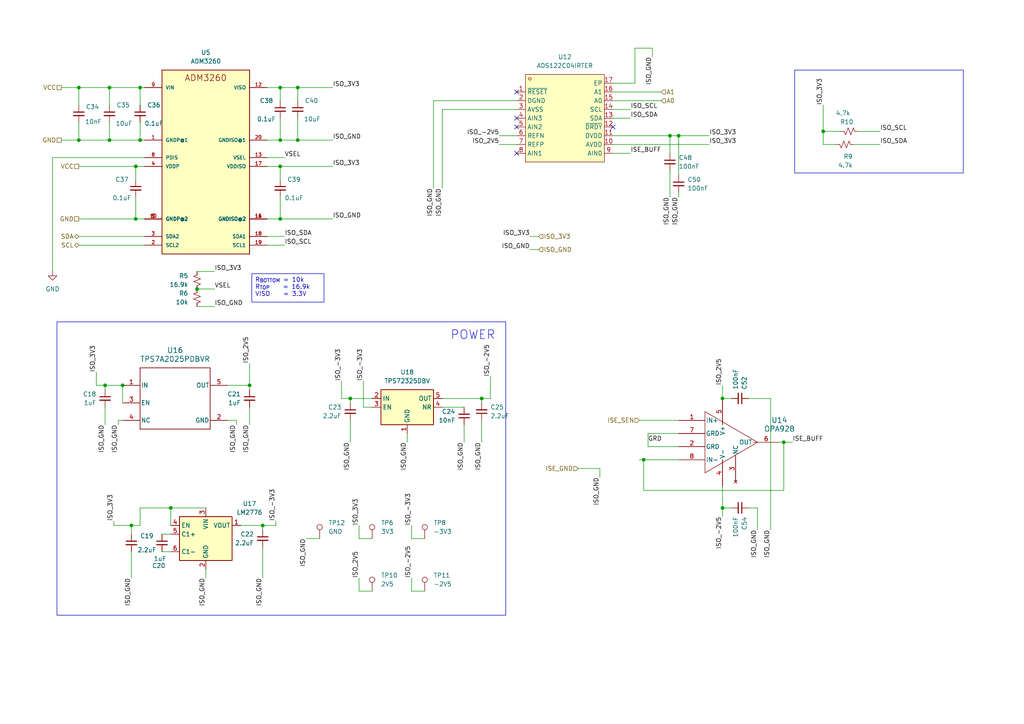
<source format=kicad_sch>
(kicad_sch (version 20250114) (generator "eeschema") (generator_version "9.0")
  (paper "A4")
  (lib_symbols
    (symbol "Connector:TestPoint" (pin_numbers (hide yes)) (pin_names (offset 0.762) (hide yes))
      (property "Reference" "TP" (at 0 6.858 0))
      (property "Value" "TestPoint" (at 0 5.08 0))
      (symbol "TestPoint_0_1"
        (circle (center 0 3.302) (radius 0.762))
      )
      (symbol "TestPoint_1_1"
        (pin passive line (at 0 0 90) (length 2.54) (name "1") (number "1"))
      )
    )
    (symbol "Device:C_Small" (pin_numbers (hide yes)) (pin_names (offset 0.254) (hide yes))
      (property "Reference" "C" (at 0.254 1.778 0))
      (property "Value" "C_Small" (at 0.254 -2.032 0))
      (symbol "C_Small_0_1"
        (polyline (pts (xy -1.524 0.508) (xy 1.524 0.508)) (stroke (width 0.3048)))
        (polyline (pts (xy -1.524 -0.508) (xy 1.524 -0.508)) (stroke (width 0.3302)))
      )
      (symbol "C_Small_1_1"
        (pin passive line (at 0 2.54 270) (length 2.032) (name "~") (number "1"))
        (pin passive line (at 0 -2.54 90) (length 2.032) (name "~") (number "2"))
      )
    )
    (symbol "Device:R_Small_US" (pin_numbers (hide yes)) (pin_names (offset 0.254) (hide yes))
      (property "Reference" "R" (at 0.762 0.508 0))
      (property "Value" "R_Small_US" (at 0.762 -1.016 0))
      (symbol "R_Small_US_1_1"
        (polyline (pts (xy 0 1.524) (xy 1.016 1.143) (xy 0 0.762) (xy -1.016 0.381) (xy 0 0)))
        (polyline (pts (xy 0 0) (xy 1.016 -0.381) (xy 0 -0.762) (xy -1.016 -1.143) (xy 0 -1.524)))
        (pin passive line (at 0 2.54 270) (length 1.016) (name "~") (number "1"))
        (pin passive line (at 0 -2.54 90) (length 1.016) (name "~") (number "2"))
      )
    )
    (symbol "EasyEDA:ADS122C04IRTER"
      (property "Reference" "U" (at 0 15.24 0))
      (property "Value" "ADS122C04IRTER" (at 0 -15.24 0))
      (symbol "ADS122C04IRTER_0_1"
        (rectangle (start -12.7 12.7) (end 10.16 -12.7) (fill (type background)))
        (circle (center -11.43 11.43) (radius 0.38))
        (pin unspecified line (at -15.24 7.62 0) (length 2.54) (name "~{RESET}") (number "1"))
        (pin unspecified line (at -15.24 5.08 0) (length 2.54) (name "DGND") (number "2"))
        (pin unspecified line (at -15.24 2.54 0) (length 2.54) (name "AVSS") (number "3"))
        (pin unspecified line (at -15.24 0 0) (length 2.54) (name "AIN3") (number "4"))
        (pin unspecified line (at -15.24 -2.54 0) (length 2.54) (name "AIN2") (number "5"))
        (pin unspecified line (at -15.24 -5.08 0) (length 2.54) (name "REFN") (number "6"))
        (pin unspecified line (at -15.24 -7.62 0) (length 2.54) (name "REFP") (number "7"))
        (pin unspecified line (at -15.24 -10.16 0) (length 2.54) (name "AIN1") (number "8"))
        (pin unspecified line (at 12.7 10.16 180) (length 2.54) (name "EP") (number "17"))
        (pin unspecified line (at 12.7 7.62 180) (length 2.54) (name "A1") (number "16"))
        (pin unspecified line (at 12.7 5.08 180) (length 2.54) (name "A0") (number "15"))
        (pin unspecified line (at 12.7 2.54 180) (length 2.54) (name "SCL") (number "14"))
        (pin unspecified line (at 12.7 0 180) (length 2.54) (name "SDA") (number "13"))
        (pin unspecified line (at 12.7 -2.54 180) (length 2.54) (name "~{DRDY}") (number "12"))
        (pin unspecified line (at 12.7 -5.08 180) (length 2.54) (name "DVDD") (number "11"))
        (pin unspecified line (at 12.7 -7.62 180) (length 2.54) (name "AVDD") (number "10"))
        (pin unspecified line (at 12.7 -10.16 180) (length 2.54) (name "AIN0") (number "9"))
      )
    )
    (symbol "Regulator_Linear:TPS72325DBV"
      (property "Reference" "U" (at -6.35 6.35 0))
      (property "Value" "TPS72325DBV" (at 0 6.35 0))
      (symbol "TPS72325DBV_0_1"
        (rectangle (start -7.62 5.08) (end 7.62 -5.08) (stroke (width 0.254)) (fill (type background)))
      )
      (symbol "TPS72325DBV_1_1"
        (pin power_in line (at -10.16 2.54 0) (length 2.54) (name "IN") (number "2"))
        (pin input line (at -10.16 0 0) (length 2.54) (name "EN") (number "3"))
        (pin power_in line (at 0 -7.62 90) (length 2.54) (name "GND") (number "1"))
        (pin power_out line (at 10.16 2.54 180) (length 2.54) (name "OUT") (number "5"))
        (pin input line (at 10.16 0 180) (length 2.54) (name "NR") (number "4"))
      )
    )
    (symbol "Regulator_SwitchedCapacitor:LM2776"
      (property "Reference" "U" (at -6.35 6.35 0))
      (property "Value" "LM2776" (at 1.27 6.35 0))
      (symbol "LM2776_0_1"
        (rectangle (start -7.62 5.08) (end 7.62 -7.62) (stroke (width 0.254)) (fill (type background)))
      )
      (symbol "LM2776_1_1"
        (pin input line (at -10.16 2.54 0) (length 2.54) (name "EN") (number "4"))
        (pin passive line (at -10.16 0 0) (length 2.54) (name "C1+") (number "5"))
        (pin passive line (at -10.16 -5.08 0) (length 2.54) (name "C1-") (number "6"))
        (pin power_in line (at 0 7.62 270) (length 2.54) (name "VIN") (number "3"))
        (pin power_in line (at 0 -10.16 90) (length 2.54) (name "GND") (number "2"))
        (pin power_out line (at 10.16 2.54 180) (length 2.54) (name "VOUT") (number "1"))
      )
    )
    (symbol "Snapeda:ADM3260" (pin_names (offset 1.016))
      (property "Reference" "U" (at -12.7 21.082 0))
      (property "Value" "ADM3260" (at -12.7 -35.56 0))
      (symbol "ADM3260_0_0"
        (rectangle (start -12.7 -33.02) (end 12.7 20.32) (stroke (width 0.254)) (fill (type background)))
        (text "ADM3260" (at 0 17.018 0) (effects (font (size 1.778 1.778)) (justify bottom)))
        (pin bidirectional line (at -17.78 15.24 0) (length 5.08) (name "VIN") (number "9"))
        (pin bidirectional line (at -17.78 0 0) (length 5.08) (name "GNDP@1") (number "1"))
        (pin bidirectional line (at -17.78 -5.08 0) (length 5.08) (name "PDIS") (number "8"))
        (pin bidirectional line (at -17.78 -7.62 0) (length 5.08) (name "VDDP") (number "4"))
        (pin bidirectional line (at -17.78 -22.86 0) (length 5.08) (name "GNDP@2") (number "10"))
        (pin bidirectional line (at -17.78 -22.86 0) (length 5.08) (name "GNDP@2") (number "5"))
        (pin bidirectional line (at -17.78 -22.86 0) (length 5.08) (name "GNDP@2") (number "7"))
        (pin bidirectional line (at -17.78 -27.94 0) (length 5.08) (name "SDA2") (number "3"))
        (pin bidirectional line (at -17.78 -30.48 0) (length 5.08) (name "SCL2") (number "2"))
        (pin bidirectional line (at 17.78 15.24 180) (length 5.08) (name "VISO") (number "12"))
        (pin bidirectional line (at 17.78 0 180) (length 5.08) (name "GNDISO@1") (number "20"))
        (pin bidirectional line (at 17.78 -5.08 180) (length 5.08) (name "VSEL") (number "13"))
        (pin bidirectional line (at 17.78 -7.62 180) (length 5.08) (name "VDDISO") (number "17"))
        (pin bidirectional line (at 17.78 -22.86 180) (length 5.08) (name "GNDISO@2") (number "11"))
        (pin bidirectional line (at 17.78 -22.86 180) (length 5.08) (name "GNDISO@2") (number "14"))
        (pin bidirectional line (at 17.78 -22.86 180) (length 5.08) (name "GNDISO@2") (number "16"))
        (pin bidirectional line (at 17.78 -27.94 180) (length 5.08) (name "SDA1") (number "18"))
        (pin bidirectional line (at 17.78 -30.48 180) (length 5.08) (name "SCL1") (number "19"))
      )
    )
    (symbol "Snapeda:OPA928" (pin_names (offset 0.254))
      (property "Reference" "U" (at 27.686 -4.826 0))
      (property "Value" "OPA928" (at 28.956 -7.874 0))
      (symbol "OPA928_0_1"
        (pin input line (at 6.35 -7.62 0) (length 7.62) (name "IN+") (number "1"))
        (pin unspecified line (at 6.35 -11.43 0) (length 7.62) (name "GRD") (number "7"))
        (pin unspecified line (at 6.35 -15.24 0) (length 7.62) (name "GRD") (number "2"))
        (pin input line (at 6.35 -19.05 0) (length 7.62) (name "IN-") (number "8"))
        (pin power_in line (at 19.05 -1.27 270) (length 7.62) (name "V+") (number "5"))
        (pin power_in line (at 19.05 -26.67 90) (length 7.62) (name "V-") (number "4"))
        (pin output line (at 35.56 -13.97 180) (length 7.62) (name "OUT") (number "6"))
      )
      (symbol "OPA928_1_1"
        (polyline (pts (xy 13.97 -5.08) (xy 13.97 -22.86) (xy 29.21 -13.97) (xy 13.97 -5.08)))
        (pin no_connect line (at 22.86 -25.4 90) (length 7.62) (name "NC") (number "3"))
      )
    )
    (symbol "Snapeda:TPS7A2050PDBVR" (pin_names (offset 0.254))
      (property "Reference" "U4" (at 15.24 10.16 0))
      (property "Value" "TPS7A2025PDBVR" (at 15.24 7.62 0))
      (symbol "TPS7A2050PDBVR_0_1"
        (polyline (pts (xy 5.08 5.08) (xy 5.08 -12.7)) (stroke (width 0.2032)))
        (polyline (pts (xy 5.08 -12.7) (xy 25.4 -12.7)) (stroke (width 0.2032)))
        (polyline (pts (xy 25.4 5.08) (xy 5.08 5.08)) (stroke (width 0.2032)))
        (polyline (pts (xy 25.4 -12.7) (xy 25.4 5.08)) (stroke (width 0.2032)))
        (pin power_in line (at 0 0 0) (length 5.08) (name "IN") (number "1"))
        (pin input line (at 0 -5.08 0) (length 5.08) (name "EN") (number "3"))
        (pin unspecified line (at 0 -10.16 0) (length 5.08) (name "NC") (number "4"))
        (pin unspecified line (at 30.48 0 180) (length 5.08) (name "OUT") (number "5"))
        (pin power_in line (at 30.48 -10.16 180) (length 5.08) (name "GND") (number "2"))
      )
    )
    (symbol "power:GND" (power) (pin_numbers (hide yes)) (pin_names (offset 0) (hide yes))
      (property "Value" "GND" (at 0 -3.81 0))
      (symbol "GND_0_1"
        (polyline (pts (xy 0 0) (xy 0 -1.27) (xy 1.27 -1.27) (xy 0 -2.54) (xy -1.27 -1.27) (xy 0 -1.27)))
      )
      (symbol "GND_1_1"
        (pin power_in line (at 0 0 270) (length 0) (name "~") (number "1"))
      )
    )
  )
  (rectangle (start 16.51 93.345) (end 146.685 178.435))
  (rectangle (start 230.505 20.32) (end 279.4 50.165))
  (text "POWER\n" (at 137.16 97.282 0) (effects (font (size 2.54 2.54))))
  (text_box "R_{BOTTOM} = 10k\nR_{TOP}    = 16.9k\nVISO    = 3.3V" (at 73.025 79.375 0) (size 20.955 8.255) (margins 0.9525 0.9525 0.9525 0.9525) (effects (font (size 1.27 1.27)) (justify left top)))
  (junction (at 196.85 39.37))
  (junction (at 209.55 147.32))
  (junction (at 49.53 147.32))
  (junction (at 39.37 63.5))
  (junction (at 40.64 40.64))
  (junction (at 39.37 48.26))
  (junction (at 86.36 25.4))
  (junction (at 76.2 152.4))
  (junction (at 38.1 152.4))
  (junction (at 72.39 111.76))
  (junction (at 81.28 40.64))
  (junction (at 81.28 48.26))
  (junction (at 186.69 133.35))
  (junction (at 30.48 111.76))
  (junction (at 238.76 38.1))
  (junction (at 227.33 128.27))
  (junction (at 40.64 25.4))
  (junction (at 57.15 83.82))
  (junction (at 81.28 63.5))
  (junction (at 194.31 39.37))
  (junction (at 101.6 115.57))
  (junction (at 81.28 25.4))
  (junction (at 209.55 115.57))
  (junction (at 139.7 115.57))
  (junction (at 22.86 25.4))
  (junction (at 22.86 40.64))
  (junction (at 86.36 40.64))
  (junction (at 31.75 25.4))
  (junction (at 31.75 40.64))
  (junction (at 35.56 111.76))
  (no_connect (at 149.86 34.29))
  (no_connect (at 177.8 36.83))
  (no_connect (at 149.86 26.67))
  (no_connect (at 149.86 36.83))
  (no_connect (at 149.86 44.45))
  (wire (pts (xy 76.2 158.75) (xy 76.2 167.64)))
  (wire (pts (xy 223.52 115.57) (xy 217.17 115.57)))
  (wire (pts (xy 86.36 25.4) (xy 86.36 29.21)))
  (wire (pts (xy 86.36 25.4) (xy 96.52 25.4)))
  (wire (pts (xy 81.28 63.5) (xy 96.52 63.5)))
  (wire (pts (xy 212.09 147.32) (xy 209.55 147.32)))
  (wire (pts (xy 104.14 171.45) (xy 107.95 171.45)))
  (wire (pts (xy 77.47 63.5) (xy 81.28 63.5)))
  (wire (pts (xy 68.58 121.92) (xy 66.04 121.92)))
  (wire (pts (xy 219.71 147.32) (xy 217.17 147.32)))
  (wire (pts (xy 196.85 55.88) (xy 196.85 57.15)))
  (wire (pts (xy 40.64 40.64) (xy 41.91 40.64)))
  (wire (pts (xy 153.67 68.58) (xy 156.21 68.58)))
  (wire (pts (xy 77.47 40.64) (xy 81.28 40.64)))
  (wire (pts (xy 238.76 38.1) (xy 243.84 38.1)))
  (wire (pts (xy 177.8 44.45) (xy 182.88 44.45)))
  (wire (pts (xy 77.47 25.4) (xy 81.28 25.4)))
  (wire (pts (xy 196.85 39.37) (xy 205.74 39.37)))
  (wire (pts (xy 119.38 171.45) (xy 123.19 171.45)))
  (wire (pts (xy 101.6 115.57) (xy 107.95 115.57)))
  (wire (pts (xy 30.48 118.11) (xy 30.48 123.19)))
  (wire (pts (xy 30.48 111.76) (xy 35.56 111.76)))
  (wire (pts (xy 226.06 128.27) (xy 227.33 128.27)))
  (wire (pts (xy 177.8 31.75) (xy 182.88 31.75)))
  (wire (pts (xy 17.78 40.64) (xy 22.86 40.64)))
  (wire (pts (xy 99.06 110.49) (xy 99.06 115.57)))
  (wire (pts (xy 35.56 111.76) (xy 35.56 116.84)))
  (wire (pts (xy 72.39 111.76) (xy 66.04 111.76)))
  (wire (pts (xy 177.8 26.67) (xy 191.77 26.67)))
  (wire (pts (xy 238.76 41.91) (xy 242.57 41.91)))
  (wire (pts (xy 99.06 115.57) (xy 101.6 115.57)))
  (wire (pts (xy 40.64 152.4) (xy 38.1 152.4)))
  (wire (pts (xy 238.76 30.48) (xy 238.76 38.1)))
  (wire (pts (xy 86.36 34.29) (xy 86.36 40.64)))
  (wire (pts (xy 57.15 88.9) (xy 62.23 88.9)))
  (wire (pts (xy 72.39 111.76) (xy 72.39 113.03)))
  (wire (pts (xy 119.38 152.4) (xy 119.38 156.21)))
  (wire (pts (xy 177.8 39.37) (xy 194.31 39.37)))
  (wire (pts (xy 128.27 54.61) (xy 128.27 31.75)))
  (wire (pts (xy 223.52 153.67) (xy 223.52 115.57)))
  (wire (pts (xy 46.99 160.02) (xy 49.53 160.02)))
  (wire (pts (xy 247.65 41.91) (xy 255.27 41.91)))
  (wire (pts (xy 22.86 63.5) (xy 39.37 63.5)))
  (wire (pts (xy 194.31 39.37) (xy 194.31 44.45)))
  (wire (pts (xy 118.11 125.73) (xy 118.11 128.27)))
  (wire (pts (xy 177.8 41.91) (xy 205.74 41.91)))
  (wire (pts (xy 77.47 48.26) (xy 81.28 48.26)))
  (wire (pts (xy 101.6 115.57) (xy 101.6 116.84)))
  (wire (pts (xy 49.53 147.32) (xy 49.53 152.4)))
  (wire (pts (xy 209.55 111.76) (xy 209.55 115.57)))
  (wire (pts (xy 184.15 13.97) (xy 184.15 24.13)))
  (wire (pts (xy 101.6 121.92) (xy 101.6 128.27)))
  (wire (pts (xy 22.86 35.56) (xy 22.86 40.64)))
  (wire (pts (xy 139.7 121.92) (xy 139.7 128.27)))
  (wire (pts (xy 40.64 25.4) (xy 41.91 25.4)))
  (wire (pts (xy 27.94 107.95) (xy 27.94 111.76)))
  (wire (pts (xy 57.15 78.74) (xy 62.23 78.74)))
  (wire (pts (xy 187.96 125.73) (xy 187.96 129.54)))
  (wire (pts (xy 76.2 152.4) (xy 80.01 152.4)))
  (wire (pts (xy 49.53 147.32) (xy 40.64 147.32)))
  (wire (pts (xy 134.62 123.19) (xy 134.62 128.27)))
  (wire (pts (xy 105.41 118.11) (xy 107.95 118.11)))
  (wire (pts (xy 81.28 48.26) (xy 81.28 52.07)))
  (wire (pts (xy 15.24 45.72) (xy 15.24 78.74)))
  (wire (pts (xy 38.1 152.4) (xy 38.1 154.94)))
  (wire (pts (xy 81.28 25.4) (xy 81.28 29.21)))
  (wire (pts (xy 81.28 57.15) (xy 81.28 63.5)))
  (wire (pts (xy 72.39 118.11) (xy 72.39 123.19)))
  (wire (pts (xy 22.86 48.26) (xy 39.37 48.26)))
  (wire (pts (xy 39.37 48.26) (xy 39.37 52.07)))
  (wire (pts (xy 196.85 39.37) (xy 196.85 50.8)))
  (wire (pts (xy 22.86 40.64) (xy 31.75 40.64)))
  (wire (pts (xy 209.55 147.32) (xy 209.55 149.86)))
  (wire (pts (xy 177.8 34.29) (xy 182.88 34.29)))
  (wire (pts (xy 34.29 121.92) (xy 35.56 121.92)))
  (wire (pts (xy 105.41 110.49) (xy 105.41 118.11)))
  (wire (pts (xy 227.33 128.27) (xy 227.33 142.24)))
  (wire (pts (xy 194.31 39.37) (xy 196.85 39.37)))
  (wire (pts (xy 104.14 152.4) (xy 104.14 156.21)))
  (wire (pts (xy 81.28 48.26) (xy 96.52 48.26)))
  (wire (pts (xy 194.31 49.53) (xy 194.31 57.15)))
  (wire (pts (xy 81.28 34.29) (xy 81.28 40.64)))
  (wire (pts (xy 77.47 68.58) (xy 82.55 68.58)))
  (wire (pts (xy 40.64 35.56) (xy 40.64 40.64)))
  (wire (pts (xy 39.37 48.26) (xy 41.91 48.26)))
  (wire (pts (xy 31.75 25.4) (xy 31.75 30.48)))
  (wire (pts (xy 22.86 71.12) (xy 41.91 71.12)))
  (wire (pts (xy 33.02 151.13) (xy 33.02 152.4)))
  (wire (pts (xy 30.48 111.76) (xy 30.48 113.03)))
  (wire (pts (xy 189.23 13.97) (xy 184.15 13.97)))
  (wire (pts (xy 209.55 140.97) (xy 209.55 147.32)))
  (wire (pts (xy 80.01 152.4) (xy 80.01 151.13)))
  (wire (pts (xy 238.76 38.1) (xy 238.76 41.91)))
  (wire (pts (xy 46.99 154.94) (xy 49.53 154.94)))
  (wire (pts (xy 81.28 25.4) (xy 86.36 25.4)))
  (wire (pts (xy 144.78 39.37) (xy 149.86 39.37)))
  (wire (pts (xy 17.78 25.4) (xy 22.86 25.4)))
  (wire (pts (xy 76.2 152.4) (xy 76.2 153.67)))
  (wire (pts (xy 77.47 45.72) (xy 82.55 45.72)))
  (wire (pts (xy 69.85 152.4) (xy 76.2 152.4)))
  (wire (pts (xy 139.7 115.57) (xy 142.24 115.57)))
  (wire (pts (xy 167.64 135.89) (xy 173.99 135.89)))
  (wire (pts (xy 186.69 133.35) (xy 186.69 142.24)))
  (wire (pts (xy 139.7 115.57) (xy 139.7 116.84)))
  (wire (pts (xy 38.1 160.02) (xy 38.1 167.64)))
  (wire (pts (xy 219.71 153.67) (xy 219.71 147.32)))
  (wire (pts (xy 81.28 40.64) (xy 86.36 40.64)))
  (wire (pts (xy 104.14 167.64) (xy 104.14 171.45)))
  (wire (pts (xy 39.37 63.5) (xy 41.91 63.5)))
  (wire (pts (xy 187.96 129.54) (xy 196.85 129.54)))
  (wire (pts (xy 40.64 25.4) (xy 40.64 30.48)))
  (wire (pts (xy 22.86 25.4) (xy 31.75 25.4)))
  (wire (pts (xy 173.99 135.89) (xy 173.99 138.43)))
  (wire (pts (xy 128.27 115.57) (xy 139.7 115.57)))
  (wire (pts (xy 104.14 156.21) (xy 107.95 156.21)))
  (wire (pts (xy 184.15 24.13) (xy 177.8 24.13)))
  (wire (pts (xy 57.15 83.82) (xy 62.23 83.82)))
  (wire (pts (xy 185.42 133.35) (xy 186.69 133.35)))
  (wire (pts (xy 125.73 54.61) (xy 125.73 29.21)))
  (wire (pts (xy 72.39 105.41) (xy 72.39 111.76)))
  (wire (pts (xy 34.29 123.19) (xy 34.29 121.92)))
  (wire (pts (xy 153.67 72.39) (xy 156.21 72.39)))
  (wire (pts (xy 31.75 40.64) (xy 40.64 40.64)))
  (wire (pts (xy 59.69 165.1) (xy 59.69 167.64)))
  (wire (pts (xy 196.85 133.35) (xy 186.69 133.35)))
  (wire (pts (xy 31.75 35.56) (xy 31.75 40.64)))
  (wire (pts (xy 31.75 25.4) (xy 40.64 25.4)))
  (wire (pts (xy 40.64 147.32) (xy 40.64 152.4)))
  (wire (pts (xy 119.38 167.64) (xy 119.38 171.45)))
  (wire (pts (xy 177.8 29.21) (xy 191.77 29.21)))
  (wire (pts (xy 68.58 123.19) (xy 68.58 121.92)))
  (wire (pts (xy 119.38 156.21) (xy 123.19 156.21)))
  (wire (pts (xy 248.92 38.1) (xy 255.27 38.1)))
  (wire (pts (xy 196.85 125.73) (xy 187.96 125.73)))
  (wire (pts (xy 77.47 71.12) (xy 82.55 71.12)))
  (wire (pts (xy 125.73 29.21) (xy 149.86 29.21)))
  (wire (pts (xy 88.9 156.21) (xy 92.71 156.21)))
  (wire (pts (xy 27.94 111.76) (xy 30.48 111.76)))
  (wire (pts (xy 22.86 68.58) (xy 41.91 68.58)))
  (wire (pts (xy 128.27 118.11) (xy 134.62 118.11)))
  (wire (pts (xy 39.37 57.15) (xy 39.37 63.5)))
  (wire (pts (xy 142.24 109.22) (xy 142.24 115.57)))
  (wire (pts (xy 189.23 16.51) (xy 189.23 13.97)))
  (wire (pts (xy 128.27 31.75) (xy 149.86 31.75)))
  (wire (pts (xy 86.36 40.64) (xy 96.52 40.64)))
  (wire (pts (xy 41.91 45.72) (xy 15.24 45.72)))
  (wire (pts (xy 209.55 115.57) (xy 212.09 115.57)))
  (wire (pts (xy 186.69 142.24) (xy 227.33 142.24)))
  (wire (pts (xy 185.42 121.92) (xy 196.85 121.92)))
  (wire (pts (xy 227.33 128.27) (xy 229.87 128.27)))
  (wire (pts (xy 22.86 25.4) (xy 22.86 30.48)))
  (wire (pts (xy 144.78 41.91) (xy 149.86 41.91)))
  (wire (pts (xy 38.1 152.4) (xy 33.02 152.4)))
  (wire (pts (xy 59.69 147.32) (xy 49.53 147.32)))
  (label "ISO_GND" (at 173.99 138.43 270))
  (label "ISO_GND" (at 30.48 123.19 270))
  (label "ISO_GND" (at 34.29 123.19 270))
  (label "ISO_SCL" (at 255.27 38.1 0))
  (label "ISO_GND" (at 62.23 88.9 0))
  (label "ISO_-3V3" (at 119.38 152.4 90))
  (label "ISO_-3V3" (at 99.06 110.49 90))
  (label "ISO_3V3" (at 205.74 41.91 0))
  (label "ISE_BUFF" (at 229.87 128.27 0))
  (label "VSEL" (at 82.55 45.72 0))
  (label "ISE_BUFF" (at 182.88 44.45 0))
  (label "ISO_2V5" (at 104.14 167.64 90))
  (label "ISO_GND" (at 223.52 153.67 270))
  (label "ISO_-2V5" (at 142.24 109.22 90))
  (label "ISO_GND" (at 88.9 156.21 270))
  (label "VSEL" (at 62.23 83.82 0))
  (label "ISO_GND" (at 96.52 40.64 0))
  (label "ISO_SDA" (at 182.88 34.29 0))
  (label "ISO_GND" (at 153.67 72.39 180))
  (label "ISO_GND" (at 96.52 63.5 0))
  (label "ISO_3V3" (at 238.76 30.48 90))
  (label "ISO_GND" (at 76.2 167.64 270))
  (label "ISO_GND" (at 194.31 57.15 270))
  (label "ISO_GND" (at 72.39 123.19 270))
  (label "ISO_-3V3" (at 105.41 110.49 90))
  (label "ISO_SCL" (at 82.55 71.12 0))
  (label "ISO_3V3" (at 62.23 78.74 0))
  (label "ISO_GND" (at 219.71 153.67 270))
  (label "ISO_SDA" (at 82.55 68.58 0))
  (label "ISO_2V5" (at 209.55 111.76 90))
  (label "ISO_2V5" (at 72.39 105.41 90))
  (label "ISO_3V3" (at 96.52 48.26 0))
  (label "ISO_3V3" (at 33.02 151.13 90))
  (label "ISO_GND" (at 125.73 54.61 270))
  (label "ISO_-2V5" (at 209.55 149.86 270))
  (label "ISO_-3V3" (at 80.01 151.13 90))
  (label "ISO_SCL" (at 182.88 31.75 0))
  (label "GRD" (at 187.96 128.27 0))
  (label "ISO_GND" (at 189.23 16.51 270))
  (label "ISO_GND" (at 68.58 123.19 270))
  (label "ISO_-2V5" (at 144.78 39.37 180))
  (label "ISO_3V3" (at 205.74 39.37 0))
  (label "ISO_SDA" (at 255.27 41.91 0))
  (label "ISO_3V3" (at 104.14 152.4 90))
  (label "ISO_GND" (at 139.7 128.27 270))
  (label "ISO_GND" (at 101.6 128.27 270))
  (label "ISO_2V5" (at 144.78 41.91 180))
  (label "ISO_GND" (at 38.1 167.64 270))
  (label "ISO_3V3" (at 96.52 25.4 0))
  (label "ISO_GND" (at 134.62 128.27 270))
  (label "ISO_-2V5" (at 119.38 167.64 90))
  (label "ISO_3V3" (at 27.94 107.95 90))
  (label "ISO_GND" (at 196.85 57.15 270))
  (label "ISO_GND" (at 118.11 128.27 270))
  (label "ISO_GND" (at 128.27 54.61 270))
  (label "ISO_GND" (at 59.69 167.64 270))
  (label "ISO_3V3" (at 153.67 68.58 180))
  (hierarchical_label "ISE_GND" (shape input) (at 167.64 135.89 180))
  (hierarchical_label "SDA" (shape bidirectional) (at 22.86 68.58 180))
  (hierarchical_label "A0" (shape input) (at 191.77 29.21 0))
  (hierarchical_label "ISO_3V3" (shape input) (at 156.21 68.58 0))
  (hierarchical_label "ISO_GND" (shape input) (at 156.21 72.39 0))
  (hierarchical_label "VCC" (shape passive) (at 17.78 25.4 180))
  (hierarchical_label "ISE_SEN" (shape input) (at 185.42 121.92 180))
  (hierarchical_label "A1" (shape input) (at 191.77 26.67 0))
  (hierarchical_label "SCL" (shape bidirectional) (at 22.86 71.12 180))
  (hierarchical_label "GND" (shape passive) (at 22.86 63.5 180))
  (hierarchical_label "GND" (shape passive) (at 17.78 40.64 180))
  (hierarchical_label "VCC" (shape passive) (at 22.86 48.26 180))
  (symbol (lib_id "Device:C_Small") (at 76.2 156.21 0) (mirror y) (unit 1)
    (property "Reference" "C22" (at 73.66 154.9462 0) (effects (justify left)))
    (property "Value" "2.2uF" (at 73.66 157.4862 0) (effects (justify left)))
    (property "Footprint" "Capacitor_SMD:C_0402_1005Metric" (effects (hide yes)))
    (property "Description" "Unpolarized capacitor, small symbol" (effects (hide yes)))
    (property "MPN" "1uF 0201" (effects (hide yes)))
  )
  (symbol (lib_id "Connector:TestPoint") (at 92.71 156.21 0) (unit 1)
    (property "Reference" "TP12" (at 95.25 151.6379 0) (effects (justify left)))
    (property "Value" "GND" (at 95.25 154.1779 0) (effects (justify left)))
    (property "Footprint" "TestPoint:TestPoint_Pad_D1.0mm" (effects (hide yes)))
    (property "Description" "test point" (effects (hide yes)))
  )
  (symbol (lib_id "Connector:TestPoint") (at 123.19 171.45 0) (unit 1)
    (property "Reference" "TP11" (at 125.73 166.8779 0) (effects (justify left)))
    (property "Value" "-2V5" (at 125.73 169.4179 0) (effects (justify left)))
    (property "Footprint" "TestPoint:TestPoint_Pad_D1.0mm" (effects (hide yes)))
    (property "Description" "test point" (effects (hide yes)))
  )
  (symbol (lib_id "Device:C_Small") (at 22.86 33.02 0) (unit 1)
    (property "Reference" "C34" (at 24.892 30.988 0) (effects (justify left)))
    (property "Value" "10nF" (at 24.638 35.306 0) (effects (justify left)))
    (property "Footprint" "Capacitor_SMD:C_0402_1005Metric" (effects (hide yes)))
    (property "Description" "Unpolarized capacitor, small symbol" (effects (hide yes)))
    (property "MPN" "10nF 0201" (effects (hide yes)))
  )
  (symbol (lib_id "Connector:TestPoint") (at 107.95 156.21 0) (unit 1)
    (property "Reference" "TP6" (at 110.49 151.6379 0) (effects (justify left)))
    (property "Value" "3V3" (at 110.49 154.1779 0) (effects (justify left)))
    (property "Footprint" "TestPoint:TestPoint_Pad_D1.0mm" (effects (hide yes)))
    (property "Description" "test point" (effects (hide yes)))
  )
  (symbol (lib_id "Device:C_Small") (at 40.64 33.02 0) (unit 1)
    (property "Reference" "C36" (at 42.672 30.48 0) (effects (justify left)))
    (property "Value" "0.1uF" (at 41.91 35.814 0) (effects (justify left)))
    (property "Footprint" "Capacitor_SMD:C_0402_1005Metric" (effects (hide yes)))
    (property "Description" "Unpolarized capacitor, small symbol" (effects (hide yes)))
    (property "MPN" "0.1uF 0201" (effects (hide yes)))
  )
  (symbol (lib_id "Device:C_Small") (at 196.85 53.34 0) (unit 1)
    (property "Reference" "C50" (at 199.39 52.0762 0) (effects (justify left)))
    (property "Value" "100nF" (at 199.39 54.6162 0) (effects (justify left)))
    (property "Footprint" "Capacitor_SMD:C_0402_1005Metric" (effects (hide yes)))
    (property "Description" "Unpolarized capacitor, small symbol" (effects (hide yes)))
    (property "MPN" "100nF 0201" (effects (hide yes)))
  )
  (symbol (lib_id "Device:C_Small") (at 194.31 46.99 0) (unit 1)
    (property "Reference" "C48" (at 196.85 45.7262 0) (effects (justify left)))
    (property "Value" "100nF" (at 196.85 48.2662 0) (effects (justify left)))
    (property "Footprint" "Capacitor_SMD:C_0402_1005Metric" (effects (hide yes)))
    (property "Description" "Unpolarized capacitor, small symbol" (effects (hide yes)))
    (property "MPN" "100nF 0201" (effects (hide yes)))
  )
  (symbol (lib_id "Device:R_Small_US") (at 246.38 38.1 270) (mirror x) (unit 1)
    (property "Reference" "R10" (at 243.6495 35.3695 90) (effects (justify left)))
    (property "Value" "4.7k" (at 242.3795 32.8295 90) (effects (justify left)))
    (property "Footprint" "Resistor_SMD:R_0402_1005Metric" (effects (hide yes)))
    (property "Description" "Resistor, small US symbol" (effects (hide yes)))
    (property "MPN" "4.7k 0201" (effects (hide yes)))
  )
  (symbol (lib_id "Device:R_Small_US") (at 245.11 41.91 90) (mirror x) (unit 1)
    (property "Reference" "R9" (at 247.3325 45.4024 90) (effects (justify left)))
    (property "Value" "4.7k" (at 247.3325 47.9424 90) (effects (justify left)))
    (property "Footprint" "Resistor_SMD:R_0402_1005Metric" (effects (hide yes)))
    (property "Description" "Resistor, small US symbol" (effects (hide yes)))
    (property "MPN" "4.7k 0201" (effects (hide yes)))
  )
  (symbol (lib_id "Device:C_Small") (at 214.63 147.32 270) (unit 1)
    (property "Reference" "C54" (at 215.8938 149.86 0) (effects (justify left)))
    (property "Value" "100nF" (at 213.3538 149.86 0) (effects (justify left)))
    (property "Footprint" "Capacitor_SMD:C_0402_1005Metric" (effects (hide yes)))
    (property "Description" "Unpolarized capacitor, small symbol" (effects (hide yes)))
  )
  (symbol (lib_id "Device:R_Small_US") (at 57.15 86.36 0) (mirror y) (unit 1)
    (property "Reference" "R6" (at 54.61 85.0899 0) (effects (justify left)))
    (property "Value" "10k" (at 54.61 87.6299 0) (effects (justify left)))
    (property "Footprint" "Resistor_SMD:R_0402_1005Metric" (effects (hide yes)))
    (property "Description" "Resistor, small US symbol" (effects (hide yes)))
    (property "MPN" "10k 0201" (effects (hide yes)))
  )
  (symbol (lib_id "Snapeda:OPA928") (at 190.5 114.3 0) (unit 1)
    (property "Reference" "U14" (at 226.06 121.8498 0) (effects (font (size 1.524 1.524))))
    (property "Value" "OPA928" (at 226.06 124.3898 0) (effects (font (size 1.524 1.524))))
    (property "Footprint" "Snapeda:SOIC8_D_TEX" (effects (hide yes)))
    (property "Datasheet" "POPA928DR" (effects (hide yes)))
    (property "Sim.Library" "/Users/scottwolf/Downloads/Kicad-Symbols/Models/OPA928/sbomcc1/OPAx928.LIB" (effects (hide yes)))
    (property "Sim.Name" "OPAX928" (effects (hide yes)))
    (property "Sim.Device" "SUBCKT" (effects (hide yes)))
    (property "Sim.Pins" "1=IN+ 2=GRD1 4=V- 5=V+ 6=OUT 7=GRD2 8=IN-" (effects (hide yes)))
  )
  (symbol (lib_id "Device:C_Small") (at 39.37 54.61 0) (mirror y) (unit 1)
    (property "Reference" "C37" (at 37.338 52.07 0) (effects (justify left)))
    (property "Value" "0.1uF" (at 38.1 57.404 0) (effects (justify left)))
    (property "Footprint" "Capacitor_SMD:C_0402_1005Metric" (effects (hide yes)))
    (property "Description" "Unpolarized capacitor, small symbol" (effects (hide yes)))
    (property "MPN" "0.1uF 0201" (effects (hide yes)))
  )
  (symbol (lib_id "Snapeda:TPS7A2050PDBVR") (at 35.56 111.76 0) (unit 1)
    (property "Reference" "U16" (at 50.8 101.6 0) (effects (font (size 1.524 1.524))))
    (property "Value" "TPS7A2025PDBVR" (at 50.8 104.14 0) (effects (font (size 1.524 1.524))))
    (property "Footprint" "Snapeda:DBV0005A-IPC_A" (effects (hide yes)))
    (property "Datasheet" "TPS7A2033PDBVR" (effects (hide yes)))
  )
  (symbol (lib_id "Device:C_Small") (at 81.28 31.75 0) (mirror y) (unit 1)
    (property "Reference" "C38" (at 79.248 29.21 0) (effects (justify left)))
    (property "Value" "0.1uF" (at 80.01 34.544 0) (effects (justify left)))
    (property "Footprint" "Capacitor_SMD:C_0402_1005Metric" (effects (hide yes)))
    (property "Description" "Unpolarized capacitor, small symbol" (effects (hide yes)))
    (property "MPN" "0.1uF 0201" (effects (hide yes)))
  )
  (symbol (lib_id "Device:C_Small") (at 86.36 31.75 0) (unit 1)
    (property "Reference" "C40" (at 88.392 29.21 0) (effects (justify left)))
    (property "Value" "10uF" (at 88.138 34.544 0) (effects (justify left)))
    (property "Footprint" "Capacitor_SMD:C_0402_1005Metric" (effects (hide yes)))
    (property "Description" "Unpolarized capacitor, small symbol" (effects (hide yes)))
    (property "MPN" "10uF 0201" (effects (hide yes)))
  )
  (symbol (lib_id "Snapeda:ADM3260") (at 59.69 40.64 0) (unit 1)
    (property "Reference" "U5" (at 59.69 15.24 0))
    (property "Value" "ADM3260" (at 59.69 17.78 0))
    (property "Footprint" "Snapeda:ADM3260_SOP65P780X200-20N" (effects (hide yes)))
    (property "MF" "Analog Devices" (effects (hide yes)))
    (property "Description_1" "I²C Digital Isolator 2500Vrms 2 Channel - 25kV/µs CMTI 20-SSOP (0.209, 5.30mm Width)" (effects (hide yes)))
    (property "Package" "SSOP-20 Analog Devices" (effects (hide yes)))
    (property "Price" "None" (effects (hide yes)))
    (property "SnapEDA_Link" "https://www.snapeda.com/parts/ADM3260/Analog+Devices/view-part/?ref=snap" (effects (hide yes)))
    (property "MP" "ADM3260" (effects (hide yes)))
    (property "Availability" "Not in stock" (effects (hide yes)))
    (property "Check_prices" "https://www.snapeda.com/parts/ADM3260/Analog+Devices/view-part/?ref=eda" (effects (hide yes)))
  )
  (symbol (lib_id "Device:C_Small") (at 101.6 119.38 0) (mirror y) (unit 1)
    (property "Reference" "C23" (at 99.06 118.1162 0) (effects (justify left)))
    (property "Value" "2.2uF" (at 99.06 120.6562 0) (effects (justify left)))
    (property "Footprint" "Capacitor_SMD:C_0402_1005Metric" (effects (hide yes)))
    (property "Description" "Unpolarized capacitor, small symbol" (effects (hide yes)))
    (property "MPN" "2.2uF 0201" (effects (hide yes)))
  )
  (symbol (lib_id "Device:C_Small") (at 139.7 119.38 180) (unit 1)
    (property "Reference" "C25" (at 142.24 118.1035 0) (effects (justify right)))
    (property "Value" "2.2uF" (at 142.24 120.6435 0) (effects (justify right)))
    (property "Footprint" "Capacitor_SMD:C_0402_1005Metric" (effects (hide yes)))
    (property "Description" "Unpolarized capacitor, small symbol" (effects (hide yes)))
    (property "MPN" "2.2uF 0201" (effects (hide yes)))
  )
  (symbol (lib_id "Device:C_Small") (at 214.63 115.57 270) (mirror x) (unit 1)
    (property "Reference" "C52" (at 215.8938 113.03 0) (effects (justify left)))
    (property "Value" "100nF" (at 213.3538 113.03 0) (effects (justify left)))
    (property "Footprint" "Capacitor_SMD:C_0402_1005Metric" (effects (hide yes)))
    (property "Description" "Unpolarized capacitor, small symbol" (effects (hide yes)))
  )
  (symbol (lib_id "Device:C_Small") (at 46.99 157.48 0) (mirror y) (unit 1)
    (property "Reference" "C20" (at 48.006 164.084 0) (effects (justify left)))
    (property "Value" "1uF" (at 48.26 162.052 0) (effects (justify left)))
    (property "Footprint" "Capacitor_SMD:C_0402_1005Metric" (effects (hide yes)))
    (property "Description" "Unpolarized capacitor, small symbol" (effects (hide yes)))
    (property "MPN" "1uF 0201" (effects (hide yes)))
  )
  (symbol (lib_id "Device:R_Small_US") (at 57.15 81.28 0) (mirror x) (unit 1)
    (property "Reference" "R5" (at 54.61 80.0099 0) (effects (justify right)))
    (property "Value" "16.9k" (at 54.61 82.5499 0) (effects (justify right)))
    (property "Footprint" "Resistor_SMD:R_0402_1005Metric" (effects (hide yes)))
    (property "Description" "Resistor, small US symbol" (effects (hide yes)))
    (property "MPN" "30.9k 0201" (effects (hide yes)))
  )
  (symbol (lib_id "power:GND") (at 15.24 78.74 0) (unit 1)
    (property "Reference" "#PWR026" (effects (hide yes)))
    (property "Value" "GND" (at 15.24 83.82 0))
    (property "Description" "Power symbol creates a global label with name \"GND\" , ground" (effects (hide yes)))
  )
  (symbol (lib_id "Regulator_Linear:TPS72325DBV") (at 118.11 118.11 0) (unit 1)
    (property "Reference" "U18" (at 118.11 107.95 0))
    (property "Value" "TPS72325DBV" (at 118.11 110.49 0))
    (property "Footprint" "Package_TO_SOT_SMD:SOT-23-5" (effects (hide yes)))
    (property "Datasheet" "https://www.ti.com/lit/ds/symlink/tps723.pdf" (effects (hide yes)))
    (property "Description" "200-mA, Low-Noise, High-PSRR, Negative Output Low-Dropout Linear Regulator, Fixed Output -2.5 V, SOT-23-5" (effects (hide yes)))
  )
  (symbol (lib_id "Connector:TestPoint") (at 107.95 171.45 0) (unit 1)
    (property "Reference" "TP10" (at 110.49 166.8779 0) (effects (justify left)))
    (property "Value" "2V5" (at 110.49 169.4179 0) (effects (justify left)))
    (property "Footprint" "TestPoint:TestPoint_Pad_D1.0mm" (effects (hide yes)))
    (property "Description" "test point" (effects (hide yes)))
  )
  (symbol (lib_id "Device:C_Small") (at 31.75 33.02 0) (unit 1)
    (property "Reference" "C35" (at 33.782 30.48 0) (effects (justify left)))
    (property "Value" "10uF" (at 33.528 35.814 0) (effects (justify left)))
    (property "Footprint" "Capacitor_SMD:C_0402_1005Metric" (effects (hide yes)))
    (property "Description" "Unpolarized capacitor, small symbol" (effects (hide yes)))
    (property "MPN" "10uF 0201" (effects (hide yes)))
  )
  (symbol (lib_id "Device:C_Small") (at 134.62 120.65 0) (mirror x) (unit 1)
    (property "Reference" "C24" (at 132.08 119.3735 0) (effects (justify right)))
    (property "Value" "10nF" (at 132.08 121.9135 0) (effects (justify right)))
    (property "Footprint" "Capacitor_SMD:C_0402_1005Metric" (effects (hide yes)))
    (property "Description" "Unpolarized capacitor, small symbol" (effects (hide yes)))
    (property "MPN" "10nF 0201" (effects (hide yes)))
  )
  (symbol (lib_id "Device:C_Small") (at 38.1 157.48 0) (unit 1)
    (property "Reference" "C19" (at 40.64 155.448 0) (effects (justify left)))
    (property "Value" "2.2uF" (at 39.878 159.512 0) (effects (justify left)))
    (property "Footprint" "Capacitor_SMD:C_0402_1005Metric" (effects (hide yes)))
    (property "Description" "Unpolarized capacitor, small symbol" (effects (hide yes)))
    (property "MPN" "1uF 0201" (effects (hide yes)))
  )
  (symbol (lib_id "Device:C_Small") (at 30.48 115.57 0) (mirror y) (unit 1)
    (property "Reference" "C18" (at 27.94 114.3062 0) (effects (justify left)))
    (property "Value" "1uF" (at 27.94 116.8462 0) (effects (justify left)))
    (property "Footprint" "Capacitor_SMD:C_0402_1005Metric" (effects (hide yes)))
    (property "Description" "Unpolarized capacitor, small symbol" (effects (hide yes)))
    (property "MPN" "1uF 0201" (effects (hide yes)))
  )
  (symbol (lib_id "Connector:TestPoint") (at 123.19 156.21 0) (unit 1)
    (property "Reference" "TP8" (at 125.73 151.6379 0) (effects (justify left)))
    (property "Value" "-3V3" (at 125.73 154.1779 0) (effects (justify left)))
    (property "Footprint" "TestPoint:TestPoint_Pad_D1.0mm" (effects (hide yes)))
    (property "Description" "test point" (effects (hide yes)))
  )
  (symbol (lib_id "EasyEDA:ADS122C04IRTER") (at 165.1 34.29 0) (unit 1)
    (property "Reference" "U12" (at 163.83 16.51 0))
    (property "Value" "ADS122C04IRTER" (at 163.83 19.05 0))
    (property "Footprint" "EasyEDA:WQFN-16_L3.0-W3.0-P0.50-TL-EP0.8" (effects (hide yes)))
    (property "LCSC Part" "C2670105" (effects (hide yes)))
  )
  (symbol (lib_id "Regulator_SwitchedCapacitor:LM2776") (at 59.69 154.94 0) (unit 1)
    (property "Reference" "U17" (at 72.39 146.0814 0))
    (property "Value" "LM2776" (at 72.39 148.6214 0))
    (property "Footprint" "Package_TO_SOT_SMD:SOT-23-6" (effects (hide yes)))
    (property "Datasheet" "http://www.ti.com/lit/ds/symlink/lm2776.pdf" (effects (hide yes)))
    (property "Description" "Switched capacitor inverter, inverts positive voltage +2.7 to +5.5V to negative, 200mA, SOT-23-6" (effects (hide yes)))
  )
  (symbol (lib_id "Device:C_Small") (at 81.28 54.61 0) (unit 1)
    (property "Reference" "C39" (at 83.312 52.07 0) (effects (justify left)))
    (property "Value" "0.1uF" (at 82.55 57.404 0) (effects (justify left)))
    (property "Footprint" "Capacitor_SMD:C_0402_1005Metric" (effects (hide yes)))
    (property "Description" "Unpolarized capacitor, small symbol" (effects (hide yes)))
    (property "MPN" "0.1uF 0201" (effects (hide yes)))
  )
  (symbol (lib_id "Device:C_Small") (at 72.39 115.57 0) (mirror y) (unit 1)
    (property "Reference" "C21" (at 69.85 114.3062 0) (effects (justify left)))
    (property "Value" "1uF" (at 69.85 116.8462 0) (effects (justify left)))
    (property "Footprint" "Capacitor_SMD:C_0402_1005Metric" (effects (hide yes)))
    (property "Description" "Unpolarized capacitor, small symbol" (effects (hide yes)))
    (property "MPN" "1uF 0201" (effects (hide yes)))
  )
)
</source>
